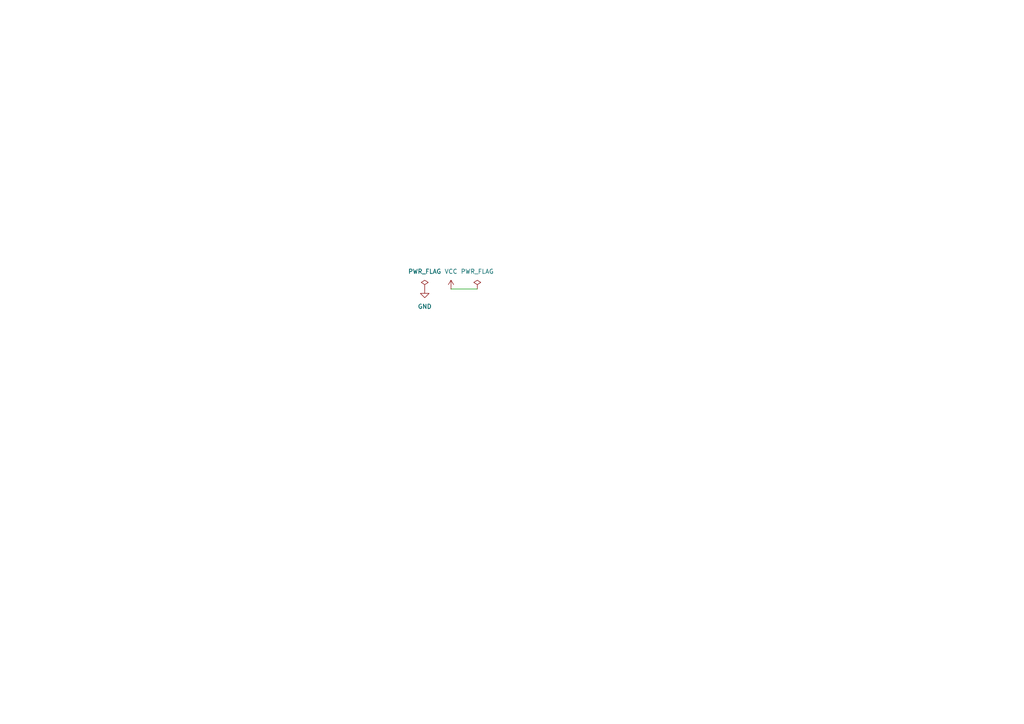
<source format=kicad_sch>
(kicad_sch (version 20250114) (generator "eeschema") (generator_version "9.0")
  (paper "A4")
  (lib_symbols
    (symbol "power:GND" (power) (pin_numbers (hide yes)) (pin_names (offset 0) (hide yes))
      (property "Value" "GND" (at 0 -3.81 0))
      (symbol "GND_0_1"
        (polyline (pts (xy 0 0) (xy 0 -1.27) (xy 1.27 -1.27) (xy 0 -2.54) (xy -1.27 -1.27) (xy 0 -1.27)))
      )
      (symbol "GND_1_1"
        (pin power_in line (at 0 0 270) (length 0) (name "~") (number "1"))
      )
    )
    (symbol "power:PWR_FLAG" (power) (pin_numbers (hide yes)) (pin_names (offset 0) (hide yes))
      (property "Value" "PWR_FLAG" (at 0 3.81 0))
      (symbol "PWR_FLAG_0_0"
        (pin power_out line (at 0 0 90) (length 0) (name "~") (number "1"))
      )
      (symbol "PWR_FLAG_0_1"
        (polyline (pts (xy 0 0) (xy 0 1.27) (xy -1.016 1.905) (xy 0 2.54) (xy 1.016 1.905) (xy 0 1.27)))
      )
    )
    (symbol "power:VCC" (power) (pin_numbers (hide yes)) (pin_names (offset 0) (hide yes))
      (property "Value" "VCC" (at 0 3.556 0))
      (symbol "VCC_0_1"
        (polyline (pts (xy -0.762 1.27) (xy 0 2.54)))
        (polyline (pts (xy 0 2.54) (xy 0.762 1.27)))
        (polyline (pts (xy 0 0) (xy 0 2.54)))
      )
      (symbol "VCC_1_1"
        (pin power_in line (at 0 0 90) (length 0) (name "~") (number "1"))
      )
    )
  )
  (wire (pts (xy 130.81 83.82) (xy 138.43 83.82)))
  (symbol (lib_id "power:PWR_FLAG") (at 138.43 83.82 0) (unit 1)
    (property "Reference" "#FLG02" (effects (hide yes)))
    (property "Value" "PWR_FLAG" (at 138.43 78.74 0))
    (property "Description" "Special symbol for telling ERC where power comes from" (effects (hide yes)))
  )
  (symbol (lib_id "power:VCC") (at 130.81 83.82 0) (unit 1)
    (property "Reference" "#PWR014" (effects (hide yes)))
    (property "Value" "VCC" (at 130.81 78.74 0))
    (property "Description" "Power symbol creates a global label with name \"VCC\"" (effects (hide yes)))
  )
  (symbol (lib_id "power:PWR_FLAG") (at 123.19 83.82 0) (unit 1)
    (property "Reference" "#FLG01" (effects (hide yes)))
    (property "Value" "PWR_FLAG" (at 123.19 78.74 0))
    (property "Description" "Special symbol for telling ERC where power comes from" (effects (hide yes)))
  )
  (symbol (lib_id "power:GND") (at 123.19 83.82 0) (unit 1)
    (property "Reference" "#PWR011" (effects (hide yes)))
    (property "Value" "GND" (at 123.19 88.9 0))
    (property "Description" "Power symbol creates a global label with name \"GND\" , ground" (effects (hide yes)))
  )
)
</source>
